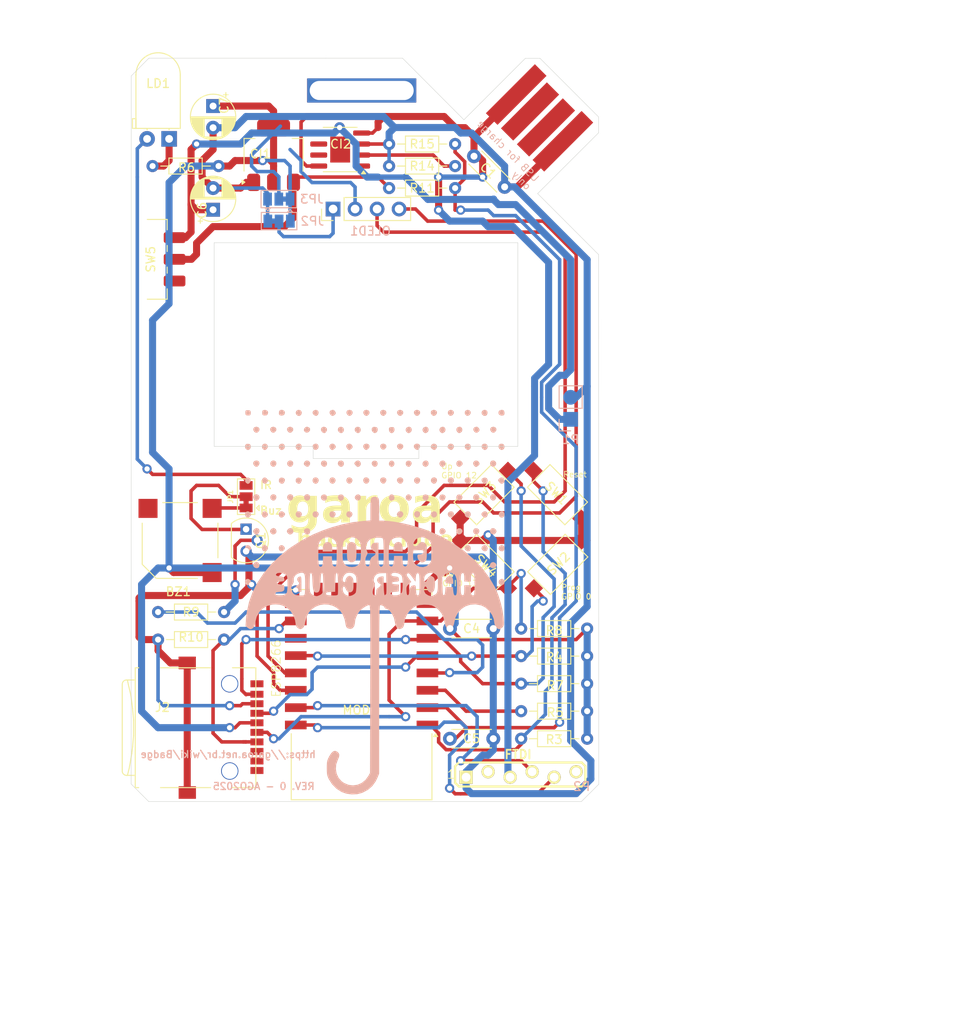
<source format=kicad_pcb>
(kicad_pcb (version 20241229) (generator "pcbnew") (generator_version "9.0")
  (layers (0 "F.Cu" signal) (2 "B.Cu" signal) (13 "F.Paste" user) (15 "B.Paste" user) (5 "F.SilkS" user "F.Silkscreen") (7 "B.SilkS" user "B.Silkscreen") (1 "F.Mask" user) (3 "B.Mask" user) (25 "Edge.Cuts" user))
  (net 0 "")
  (net 1 "+3.3V")
  (net 2 "Net-(JP1-A)")
  (net 3 "+5V")
  (net 4 "GNDD")
  (net 5 "/AD_VBat")
  (net 6 "Net-(CI2-BAT)")
  (net 7 "Net-(CI1-VI)")
  (net 9 "Net-(CI2-PROG)")
  (net 15 "Net-(J2-DAT0)")
  (net 16 "Net-(J2-CLK)")
  (net 18 "Net-(J2-DAT3{slash}CD)")
  (net 20 "Net-(J2-CMD)")
  (net 21 "Net-(JP1-B)")
  (net 22 "Net-(JP1-C)")
  (net 23 "Net-(JP2-C)")
  (net 24 "Net-(JP3-C)")
  (net 25 "Net-(LD1-A)")
  (net 26 "Net-(MOD1-GPIO1{slash}TXD)")
  (net 29 "Net-(MOD1-GPIO3{slash}RXD)")
  (net 31 "Net-(MOD1-GPIO0)")
  (net 32 "Net-(MOD1-~{RST})")
  (net 33 "Net-(MOD1-GPIO16)")
  (net 37 "Net-(MOD1-GPIO4)")
  (net 38 "Net-(MOD1-EN)")
  (net 39 "Net-(MOD1-GPIO5)")
  (net 43 "Net-(Q1-B)")
  (footprint "Connector_PinHeader_2.54mm:PinHeader_1x04_P2.54mm_Vertical" (layer "F.Cu") (at 89.799 52.5018 90)
    (property "Reference" "OLED1")
    (property "Value" "Conn_01x04")
  )
  (footprint "Jumper:SolderJumper-3_P1.3mm_Bridged12_Pad1.0x1.5mm" (layer "F.Cu") (at 79.756 85.6788 90)
    (property "Reference" "JP1")
    (property "Value" "IR/Buzz")
  )
  (footprint "Button_Switch_SMD:SW_SPST_CK_RS282G05A3" (layer "F.Cu") (at 107.224284 85.449232 45)
    (property "Reference" "SW3")
    (property "Value" "Up GPIO 12/MISO")
  )
  (footprint "Package_TO_SOT_THT:TO-92L" (layer "F.Cu") (at 79.756 89.4288 -90)
    (property "Reference" "Q1")
    (property "Value" "BC337c")
  )
  (footprint "Resistor_THT:R_Axial_DIN0204_L3.6mm_D1.6mm_P7.62mm_Horizontal" (layer "F.Cu") (at 111.506 107.2388)
    (property "Reference" "R7")
    (property "Value" "10 K")
  )
  (footprint "Resistor_THT:R_Axial_DIN0204_L3.6mm_D1.6mm_P7.62mm_Horizontal" (layer "F.Cu") (at 96.266 47.5488)
    (property "Reference" "R14")
    (property "Value" "4K7")
  )
  (footprint "Capacitor_THT:C_Disc_D4.3mm_W1.9mm_P5.00mm" (layer "F.Cu") (at 108.291 100.8888 180)
    (property "Reference" "C4")
    (property "Value" "100 nF")
  )
  (footprint "connectors:usb-PCB" (layer "F.Cu") (at 117.094 38.5318 135)
    (property "Reference" "J1" (hide yes))
    (property "Value" "USB_B_Micro" (hide yes))
  )
  (footprint "Button_Switch_SMD:SW_SPDT_CK_JS102011SAQN" (layer "F.Cu") (at 68.751 58.3038 -90)
    (property "Reference" "SW5")
    (property "Value" "SW_SPST")
  )
  (footprint "Resistor_THT:R_Axial_DIN0204_L3.6mm_D1.6mm_P7.62mm_Horizontal" (layer "F.Cu") (at 111.506 110.4138)
    (property "Reference" "R5")
    (property "Value" "10 K")
  )
  (footprint "Capacitor_THT:CP_Radial_D5.0mm_P2.50mm" (layer "F.Cu") (at 75.946 52.5888 90)
    (property "Reference" "C6")
    (property "Value" "10 uF")
  )
  (footprint "Resistor_THT:R_Axial_DIN0204_L3.6mm_D1.6mm_P7.62mm_Horizontal" (layer "F.Cu") (at 111.506 100.8888)
    (property "Reference" "R8")
    (property "Value" "10 K")
  )
  (footprint "Capacitor_THT:CP_Radial_D5.0mm_P2.50mm" (layer "F.Cu") (at 75.946 40.628687 -90)
    (property "Reference" "C7")
    (property "Value" "10 uF")
  )
  (footprint "Resistor_THT:R_Axial_DIN0204_L3.6mm_D1.6mm_P7.62mm_Horizontal" (layer "F.Cu") (at 77.216 102.1588 180)
    (property "Reference" "R10")
    (property "Value" "10 K")
  )
  (footprint "Resistor_THT:R_Axial_DIN0204_L3.6mm_D1.6mm_P7.62mm_Horizontal" (layer "F.Cu") (at 68.961 47.5488)
    (property "Reference" "R6")
    (property "Value" "330 R")
  )
  (footprint "MountingHole:MountingHole_6.4mm_M6_ISO14580_Pad_TopBottom" (layer "F.Cu") (at 93.091 38.9128)
    (property "Reference" "H1" (hide yes))
    (property "Value" "MountingHole_Pad" (hide yes))
  )
  (footprint "Lib_MAC_v5:CON6ICSP" (layer "F.Cu") (at 111.506 118.0338)
    (property "Reference" "P2")
    (property "Value" "FTDI" (hide yes))
  )
  (footprint "Package_TO_SOT_SMD:SOT-223" (layer "F.Cu") (at 82.931 46.2788 90)
    (property "Reference" "CI1")
    (property "Value" "LM1117-3.3")
  )
  (footprint "LED_THT:LED_D5.0mm_Horizontal_O1.27mm_Z3.0mm_Clear" (layer "F.Cu") (at 70.871 44.4138 180)
    (property "Reference" "LD1")
    (property "Value" "IR")
  )
  (footprint "Buzzer_Beeper:MagneticBuzzer_Kobitone_254-EMB84Q-RO" (layer "F.Cu") (at 72.136 90.7288 180)
    (property "Reference" "BZ1")
    (property "Value" "BUZZER MLT-8530")
  )
  (footprint "Package_SO:SOIC-8-1EP_3.9x4.9mm_P1.27mm_EP2.29x3mm" (layer "F.Cu") (at 90.616 45.6438 180)
    (property "Reference" "CI2")
    (property "Value" "TP4056")
  )
  (footprint "RF_Module:ESP-12E" (layer "F.Cu") (at 93.091 108.5088 180)
    (property "Reference" "MOD1")
    (property "Value" "ESP-12E")
  )
  (footprint "Connector_Card:microSD_HC_iivverr _sharvielectronics.Generic" (layer "F.Cu") (at 72.771 112.3188 90)
    (property "Reference" "J2")
    (property "Value" "Micro_SD_Card")
  )
  (footprint "Button_Switch_SMD:SW_SPST_CK_RS282G05A3" (layer "F.Cu") (at 115.697 85.449232 135)
    (property "Reference" "SW1")
    (property "Value" "Reset")
  )
  (footprint "Button_Switch_SMD:SW_SPST_CK_RS282G05A3" (layer "F.Cu") (at 107.224284 93.486516 -45)
    (property "Reference" "SW4")
    (property "Value" "Dw GPIO 13/MOSI")
  )
  (footprint "Resistor_THT:R_Axial_DIN0204_L3.6mm_D1.6mm_P7.62mm_Horizontal" (layer "F.Cu") (at 69.596 98.9838)
    (property "Reference" "R9")
    (property "Value" "330 R")
  )
  (footprint "Resistor_THT:R_Axial_DIN0204_L3.6mm_D1.6mm_P7.62mm_Horizontal" (layer "F.Cu") (at 111.506 113.5888)
    (property "Reference" "R3")
    (property "Value" "10 K")
  )
  (footprint "Capacitor_THT:C_Disc_D4.3mm_W1.9mm_P5.00mm" (layer "F.Cu") (at 108.291 113.5888 180)
    (property "Reference" "C5")
    (property "Value" "100 nF")
  )
  (footprint "Capacitor_THT:C_Disc_D4.3mm_W1.9mm_P5.00mm" (layer "F.Cu") (at 109.601 49.951567 135)
    (property "Reference" "C1")
    (property "Value" "100 nF")
  )
  (footprint "Resistor_THT:R_Axial_DIN0204_L3.6mm_D1.6mm_P7.62mm_Horizontal" (layer "F.Cu") (at 103.886 50.0888 180)
    (property "Reference" "R11")
    (property "Value" "10 K")
  )
  (footprint "Resistor_THT:R_Axial_DIN0204_L3.6mm_D1.6mm_P7.62mm_Horizontal" (layer "F.Cu") (at 96.266 45.0088)
    (property "Reference" "R15")
    (property "Value" "2K2")
  )
  (footprint "Resistor_THT:R_Axial_DIN0204_L3.6mm_D1.6mm_P7.62mm_Horizontal" (layer "F.Cu") (at 111.506 104.0638)
    (property "Reference" "R4")
    (property "Value" "10 K")
  )
  (footprint "Button_Switch_SMD:SW_SPST_CK_RS282G05A3" (layer "F.Cu") (at 115.733284 93.486516 -135)
    (property "Reference" "SW2")
    (property "Value" "Prog GPIO 0")
  )
  (footprint "Connector_PinHeader_2.54mm:PinHeader_1x02_P2.54mm_Vertical" (layer "B.Cu") (at 117.221 76.7588)
    (property "Reference" "P1")
    (property "Value" "BAT")
  )
  (footprint "Jumper:SolderJumper-3_P1.3mm_Bridged12_Pad1.0x1.5mm" (layer "B.Cu") (at 83.536 51.3588 180)
    (property "Reference" "JP3")
    (property "Value" "IR/Buzz")
  )
  (footprint "Jumper:SolderJumper-3_P1.3mm_Bridged12_Pad1.0x1.5mm" (layer "B.Cu") (at 83.566 53.8988)
    (property "Reference" "JP2")
    (property "Value" "IR/Buzz")
  )
  (footprint "LogosRecordbox:Logo Garoa 400px" (layer "B.Cu") (at 94.615 97.8408 180)
    (property "Reference" "G***")
    (property "Value" "LOGO" (hide yes))
  )
  (gr_line (start 68.5292 35.110987) (end 66.4972 37.1602) (stroke (width 0.05)) (layer "Edge.Cuts"))
  (gr_line (start 76.073 56.388) (end 111.125 56.388) (stroke (width 0.05)) (layer "Edge.Cuts"))
  (gr_line (start 120.4468 43.7134) (end 113.411 50.7238) (stroke (width 0.05)) (layer "Edge.Cuts"))
  (gr_line (start 111.125 79.883) (end 99.695 79.883) (stroke (width 0.05)) (layer "Edge.Cuts"))
  (gr_line (start 120.4468 57.7596) (end 120.464013 118.8466) (stroke (width 0.05)) (layer "Edge.Cuts"))
  (gr_line (start 88.968013 35.110987) (end 97.8154 35.110987) (stroke (width 0.05)) (layer "Edge.Cuts"))
  (gr_line (start 68.5038 120.8278) (end 66.4972 118.8212) (stroke (width 0.05)) (layer "Edge.Cuts"))
  (gr_line (start 97.8154 35.110987) (end 104.902 42.2148) (stroke (width 0.05)) (layer "Edge.Cuts"))
  (gr_line (start 93.599 81.28) (end 87.503 81.28) (stroke (width 0.05)) (layer "Edge.Cuts"))
  (gr_line (start 111.9886 35.1282) (end 113.6904 35.1282) (stroke (width 0.05)) (layer "Edge.Cuts"))
  (gr_line (start 76.073 79.883) (end 76.073 56.388) (stroke (width 0.05)) (layer "Edge.Cuts"))
  (gr_line (start 120.396 57.7088) (end 120.4468 57.7596) (stroke (width 0.05)) (layer "Edge.Cuts"))
  (gr_line (start 66.4972 57.5818) (end 66.489013 118.8212) (stroke (width 0.05)) (layer "Edge.Cuts"))
  (gr_line (start 99.695 81.28) (end 99.695 79.883) (stroke (width 0.05)) (layer "Edge.Cuts"))
  (gr_line (start 66.4972 57.5818) (end 66.4972 37.1602) (stroke (width 0.05)) (layer "Edge.Cuts"))
  (gr_line (start 93.599 81.28) (end 99.695 81.28) (stroke (width 0.05)) (layer "Edge.Cuts"))
  (gr_line (start 120.464013 118.8466) (end 118.4656 120.835987) (stroke (width 0.05)) (layer "Edge.Cuts"))
  (gr_line (start 88.968013 35.110987) (end 68.5292 35.110987) (stroke (width 0.05)) (layer "Edge.Cuts"))
  (gr_line (start 113.411 50.7238) (end 120.396 57.7088) (stroke (width 0.05)) (layer "Edge.Cuts"))
  (gr_line (start 87.503 81.28) (end 87.503 79.883) (stroke (width 0.05)) (layer "Edge.Cuts"))
  (gr_line (start 68.5038 120.835987) (end 118.4656 120.835987) (stroke (width 0.05)) (layer "Edge.Cuts"))
  (gr_line (start 120.4468 41.8846) (end 120.4468 43.7134) (stroke (width 0.05)) (layer "Edge.Cuts"))
  (gr_line (start 113.6904 35.1282) (end 120.4468 41.8846) (stroke (width 0.05)) (layer "Edge.Cuts"))
  (gr_line (start 104.902 42.2148) (end 111.9886 35.1282) (stroke (width 0.05)) (layer "Edge.Cuts"))
  (gr_line (start 87.503 79.883) (end 76.073 79.883) (stroke (width 0.05)) (layer "Edge.Cuts"))
  (gr_line (start 111.125 56.388) (end 111.125 79.883) (stroke (width 0.05)) (layer "Edge.Cuts"))
  (gr_text "FTDI" (at 109.474 116.0018 0) (layer "F.SilkS") (effects (font (size 1 1) (thickness 0.2) (bold yes)) (justify left bottom)))
  (gr_text "Up \nGPIO 12" (at 102.235 83.6168 0) (layer "F.SilkS") (effects (font (size 0.6604 0.6604) (thickness 0.1)) (justify left bottom)))
  (gr_text "IR\n\nBuz" (at 81.28 87.8078 0) (layer "F.SilkS") (effects (font (size 0.9144 0.9144) (thickness 0.1508) (bold yes)) (justify left bottom)))
  (gr_text "hacker clube" (at 85.598 91.7448 0) (layer "F.SilkS") (effects (font (size 1.8 1.8) (thickness 0.2) (bold yes)) (justify left bottom)))
  (gr_text "1" (at 102.87 118.2878 0) (layer "F.SilkS") (effects (font (size 1 1) (thickness 0.1)) (justify left bottom)))
  (gr_text "garoa" (at 93.472 89.3318 0) (layer "F.SilkS") (effects (font (size 4 4) (thickness 0.2) (bold yes)) (justify bottom)))
  (gr_text "Prog \nGPIO 0" (at 116.078 97.5868 0) (layer "F.SilkS") (effects (font (size 0.6604 0.6604) (thickness 0.1)) (justify left bottom)))
  (gr_text "Dw \nGPIO 13" (at 102.362 96.0628 0) (layer "F.SilkS") (effects (font (size 0.6604 0.6604) (thickness 0.0992)) (justify left bottom)))
  (gr_text "ESP8266" (at 83.82 108.8898 90) (layer "F.SilkS") (effects (font (size 1 1) (thickness 0.1)) (justify left bottom)))
  (gr_text "https://garoa.net.br/wiki/Badge" (at 87.884 115.8748 0) (layer "B.SilkS") (effects (font (size 0.8128 0.8128)) (justify left bottom mirror)))
  (gr_text "REV. 0 - AGO2025" (at 87.757 119.5578 0) (layer "B.SilkS") (effects (font (size 0.8128 0.8128)) (justify left bottom mirror)))
  (gr_text "USB for charge \nonly" (at 112.141 50.4698 315) (layer "B.SilkS") (effects (font (size 0.8128 0.8128) (thickness 0.1)) (justify left bottom mirror)))
  (segment (start 119.126 100.8888) (end 117.856 102.1588) (width 0.4064) (layer "F.Cu") (net 1))
  (segment (start 78.486 112.3188) (end 79.046 111.7588) (width 0.4064) (layer "F.Cu") (net 1))
  (segment (start 75.836 94.4288) (end 71.391 94.4288) (width 0.8128) (layer "F.Cu") (net 1))
  (segment (start 78.486 46.9138) (end 81.661 46.9138) (width 0.8128) (layer "F.Cu") (net 1))
  (segment (start 104.561 102.1588) (end 103.291 100.8888) (width 0.4064) (layer "F.Cu") (net 1))
  (segment (start 79.046 111.7588) (end 81.011 111.7588) (width 0.4064) (layer "F.Cu") (net 1))
  (segment (start 100.691 98.0088) (end 100.691 95.7188) (width 0.8128) (layer "F.Cu") (net 1))
  (segment (start 77.851 47.5488) (end 78.486 46.9138) (width 0.8128) (layer "F.Cu") (net 1))
  (segment (start 75.946 40.628687) (end 82.360887 40.628687) (width 0.8128) (layer "F.Cu") (net 1))
  (segment (start 76.581 47.5488) (end 77.851 47.5488) (width 0.8128) (layer "F.Cu") (net 1))
  (segment (start 82.931 41.1988) (end 82.931 47.5488) (width 0.8128) (layer "F.Cu") (net 1))
  (segment (start 81.661 46.9138) (end 82.296 46.9138) (width 0.4064) (layer "F.Cu") (net 1))
  (segment (start 71.391 94.4288) (end 70.866 93.9038) (width 0.8128) (layer "F.Cu") (net 1))
  (segment (start 100.691 95.7188) (end 101.981 94.4288) (width 0.8128) (layer "F.Cu") (net 1))
  (segment (start 101.981 94.4288) (end 102.726 94.4288) (width 0.8128) (layer "F.Cu") (net 1))
  (segment (start 82.360887 40.628687) (end 82.931 41.1988) (width 0.8128) (layer "F.Cu") (net 1))
  (segment (start 77.851 112.3188) (end 78.486 112.3188) (width 0.4064) (layer "F.Cu") (net 1))
  (segment (start 82.296 46.9138) (end 82.931 47.5488) (width 0.4064) (layer "F.Cu") (net 1))
  (segment (start 82.931 47.5488) (end 82.931 49.428799) (width 0.8128) (layer "F.Cu") (net 1))
  (segment (start 102.726 94.4288) (end 103.251 93.9038) (width 0.8128) (layer "F.Cu") (net 1))
  (segment (start 117.856 102.1588) (end 104.561 102.1588) (width 0.4064) (layer "F.Cu") (net 1))
  (via (at 103.251 93.9038) (size 1.0668) (drill 0.6096) (layers "F.Cu" "B.Cu") (net 1))
  (via (at 70.866 93.9038) (size 1.0668) (drill 0.6096) (layers "F.Cu" "B.Cu") (net 1))
  (via (at 81.661 46.9138) (size 1.0668) (drill 0.6096) (layers "F.Cu" "B.Cu") (net 1))
  (via (at 77.851 112.3188) (size 1.0668) (drill 0.6096) (layers "F.Cu" "B.Cu") (net 1))
  (segment (start 69.596 112.3188) (end 67.691 110.4138) (width 0.8128) (layer "B.Cu") (net 1))
  (segment (start 72.771 47.5488) (end 76.581 47.5488) (width 0.8128) (layer "B.Cu") (net 1))
  (segment (start 103.886 94.5388) (end 103.886 100.2938) (width 0.8128) (layer "B.Cu") (net 1))
  (segment (start 84.866 51.3888) (end 84.836 51.3588) (width 0.4064) (layer "B.Cu") (net 1))
  (segment (start 68.961 65.3288) (end 70.866 63.4238) (width 0.8128) (layer "B.Cu") (net 1))
  (segment (start 84.201 46.9138) (end 84.836 47.5488) (width 0.4064) (layer "B.Cu") (net 1))
  (segment (start 68.961 80.5688) (end 68.961 65.3288) (width 0.8128) (layer "B.Cu") (net 1))
  (segment (start 70.866 93.9038) (end 70.866 82.4738) (width 0.8128) (layer "B.Cu") (net 1))
  (segment (start 67.691 95.8088) (end 69.596 93.9038) (width 0.8128) (layer "B.Cu") (net 1))
  (segment (start 81.661 46.9138) (end 84.201 46.9138) (width 0.4064) (layer "B.Cu") (net 1))
  (segment (start 103.886 100.2938) (end 103.291 100.8888) (width 0.8128) (layer "B.Cu") (net 1))
  (segment (start 69.596 93.9038) (end 70.866 93.9038) (width 0.8128) (layer "B.Cu") (net 1))
  (segment (start 103.251 93.9038) (end 70.866 93.9038) (width 0.8128) (layer "B.Cu") (net 1))
  (segment (start 77.851 112.3188) (end 72.136 112.3188) (width 0.4064) (layer "B.Cu") (net 1))
  (segment (start 103.251 93.9038) (end 103.886 94.5388) (width 0.8128) (layer "B.Cu") (net 1))
  (segment (start 70.866 49.4538) (end 72.771 47.5488) (width 0.8128) (layer "B.Cu") (net 1))
  (segment (start 84.836 47.5488) (end 84.836 51.3588) (width 0.4064) (layer "B.Cu") (net 1))
  (segment (start 67.691 110.4138) (end 67.691 95.8088) (width 0.8128) (layer "B.Cu") (net 1))
  (segment (start 84.836 51.3588) (end 84.836 53.8688) (width 0.4064) (layer "B.Cu") (net 1))
  (segment (start 84.836 53.8688) (end 84.866 53.8988) (width 0.4064) (layer "B.Cu") (net 1))
  (segment (start 70.866 82.4738) (end 68.961 80.5688) (width 0.8128) (layer "B.Cu") (net 1))
  (segment (start 77.851 112.3188) (end 69.596 112.3188) (width 0.8128) (layer "B.Cu") (net 1))
  (segment (start 70.866 63.4238) (end 70.866 49.4538) (width 0.8128) (layer "B.Cu") (net 1))
  (segment (start 119.126 113.5888) (end 119.126 100.8888) (width 0.8128) (layer "B.Cu") (net 1))
  (segment (start 79.756 86.9788) (end 75.886 86.9788) (width 0.4064) (layer "F.Cu") (net 2))
  (segment (start 75.886 86.9788) (end 75.836 87.0288) (width 0.4064) (layer "F.Cu") (net 2))
  (segment (start 107.061 46.9138) (end 107.061 48.8188) (width 0.8128) (layer "F.Cu") (net 3))
  (segment (start 86.106 42.4688) (end 86.741 41.8338) (width 0.4064) (layer "F.Cu") (net 3))
  (segment (start 106.065466 44.17218) (end 106.065466 46.416033) (width 0.8128) (layer "F.Cu") (net 3))
  (segment (start 106.065466 46.416033) (end 106.563233 46.416033) (width 0.8128) (layer "F.Cu") (net 3))
  (segment (start 101.981 48.8188) (end 101.981 52.6288) (width 0.8128) (layer "F.Cu") (net 3))
  (segment (start 88.141 47.5488) (end 86.741 47.5488) (width 0.4064) (layer "F.Cu") (net 3))
  (segment (start 94.996 43.1038) (end 94.996 42.4688) (width 0.8128) (layer "F.Cu") (net 3))
  (segment (start 86.741 41.8338) (end 95.631 41.8338) (width 0.8128) (layer "F.Cu") (net 3))
  (segment (start 103.903943 43.121743) (end 105.01503 43.121744) (width 0.8128) (layer "F.Cu") (net 3))
  (segment (start 86.741 47.5488) (end 86.106 46.9138) (width 0.4064) (layer "F.Cu") (net 3))
  (segment (start 110.9351 39.302546) (end 106.065466 44.17218) (width 0.8128) (layer "F.Cu") (net 3))
  (segment (start 106.563233 46.416033) (end 107.061 46.9138) (width 0.8128) (layer "F.Cu") (net 3))
  (segment (start 94.361 43.7388) (end 94.996 43.1038) (width 0.4064) (layer "F.Cu") (net 3))
  (segment (start 95.631 41.8338) (end 102.616 41.8338) (width 0.8128) (layer "F.Cu") (net 3))
  (segment (start 102.616 41.8338) (end 103.903943 43.121743) (width 0.8128) (layer "F.Cu") (net 3))
  (segment (start 86.106 46.9138) (end 86.106 42.4688) (width 0.4064) (layer "F.Cu") (net 3))
  (segment (start 105.01503 43.121744) (end 106.065466 44.17218) (width 0.8128) (layer "F.Cu") (net 3))
  (segment (start 94.996 42.4688) (end 95.631 41.8338) (width 0.8128) (layer "F.Cu") (net 3))
  (segment (start 93.091 43.7388) (end 94.361 43.7388) (width 0.4064) (layer "F.Cu") (net 3))
  (via (at 101.981 48.8188) (size 1.0668) (drill 0.6096) (layers "F.Cu" "B.Cu") (net 3))
  (via (at 101.981 52.6288) (size 1.0668) (drill 0.6096) (layers "F.Cu" "B.Cu") (net 3))
  (via (at 107.061 48.8188) (size 1.0668) (drill 0.6096) (layers "F.Cu" "B.Cu") (net 3))
  (segment (start 107.061 53.8988) (end 107.696 54.5338) (width 0.8128) (layer "B.Cu") (net 3))
  (segment (start 109.982 83.9978) (end 109.982 117.7798) (width 0.8128) (layer "B.Cu") (net 3))
  (segment (start 109.982 117.7798) (end 110.236 118.0338) (width 0.8128) (layer "B.Cu") (net 3))
  (segment (start 103.251 53.8988) (end 107.061 53.8988) (width 0.8128) (layer "B.Cu") (net 3))
  (segment (start 114.681 58.660743) (end 114.681 70.4088) (width 0.8128) (layer "B.Cu") (net 3))
  (segment (start 101.981 52.6288) (end 103.251 53.8988) (width 0.8128) (layer "B.Cu") (net 3))
  (segment (start 113.059798 72.030002) (end 113.059799 72.9488) (width 0.8128) (layer "B.Cu") (net 3))
  (segment (start 113.059799 72.9488) (end 113.059799 80.920001) (width 0.8128) (layer "B.Cu") (net 3))
  (segment (start 110.554057 54.5338) (end 114.681 58.660743) (width 0.8128) (layer "B.Cu") (net 3))
  (segment (start 113.059799 80.920001) (end 109.982 83.9978) (width 0.8128) (layer "B.Cu") (net 3))
  (segment (start 107.061 48.8188) (end 101.981 48.8188) (width 0.6096) (layer "B.Cu") (net 3))
  (segment (start 107.696 54.5338) (end 110.554057 54.5338) (width 0.8128) (layer "B.Cu") (net 3))
  (segment (start 114.681 70.4088) (end 113.059798 72.030002) (width 0.8128) (layer "B.Cu") (net 3))
  (segment (start 109.601 49.951567) (end 111.062387 49.951567) (width 0.8128) (layer "F.Cu") (net 4))
  (segment (start 104.466568 88.206948) (end 104.466568 90.7288) (width 0.8128) (layer "F.Cu") (net 4))
  (segment (start 80.0885 92.3013) (end 80.0885 96.1113) (width 0.8128) (layer "F.Cu") (net 4))
  (segment (start 79.341 109.5588) (end 79.121 109.7788) (width 0.4064) (layer "F.Cu") (net 4))
  (segment (start 79.121 97.0788) (end 67.691 97.0788) (width 0.8128) (layer "F.Cu") (net 4))
  (segment (start 79.756 91.9688) (end 80.0885 92.3013) (width 0.8128) (layer "F.Cu") (net 4))
  (segment (start 67.691 102.1588) (end 69.596 102.1588) (width 0.8128) (layer "F.Cu") (net 4))
  (segment (start 118.491 90.7288) (end 118.491 88.243232) (width 0.8128) (layer "F.Cu") (net 4))
  (segment (start 107.061 90.7288) (end 107.696 90.0938) (width 0.8128) (layer "F.Cu") (net 4))
  (segment (start 81.011 109.5588) (end 79.341 109.5588) (width 0.4064) (layer "F.Cu") (net 4))
  (segment (start 67.691 97.0788) (end 67.39945 97.37035) (width 0.8128) (layer "F.Cu") (net 4))
  (segment (start 85.491 98.0088) (end 85.491 96.4638) (width 0.8128) (layer "F.Cu") (net 4))
  (segment (start 93.091 45.0088) (end 96.266 45.0088) (width 0.4064) (layer "F.Cu") (net 4))
  (segment (start 75.946 43.128687) (end 75.946 45.6438) (width 0.8128) (layer "F.Cu") (net 4))
  (segment (start 107.061 90.7288) (end 118.491 90.7288) (width 0.8128) (layer "F.Cu") (net 4))
  (segment (start 79.121 50.0888) (end 75.946 50.0888) (width 0.8128) (layer "F.Cu") (net 4))
  (segment (start 67.399406 97.713844) (end 67.399406 101.867206) (width 0.8128) (layer "F.Cu") (net 4))
  (segment (start 71.016 104.8488) (end 72.961 104.8488) (width 0.8128) (layer "F.Cu") (net 4))
  (segment (start 72.961 119.7888) (end 72.971 119.7988) (width 0.8128) (layer "F.Cu") (net 4))
  (segment (start 118.491 88.243232) (end 118.454716 88.206948) (width 0.8128) (layer "F.Cu") (net 4))
  (segment (start 74.676 46.9138) (end 74.676 48.8188) (width 0.8128) (layer "F.Cu") (net 4))
  (segment (start 69.596 103.4288) (end 71.016 104.8488) (width 0.8128) (layer "F.Cu") (net 4))
  (segment (start 104.466568 90.7288) (end 107.061 90.7288) (width 0.8128) (layer "F.Cu") (net 4))
  (segment (start 79.781 49.4288) (end 79.121 50.0888) (width 0.8128) (layer "F.Cu") (net 4))
  (segment (start 72.961 104.8488) (end 72.961 109.7788) (width 0.8128) (layer "F.Cu") (net 4))
  (segment (start 85.491 96.4638) (end 85.471 96.4438) (width 0.8128) (layer "F.Cu") (net 4))
  (segment (start 75.946 45.6438) (end 74.676 46.9138) (width 0.8128) (layer "F.Cu") (net 4))
  (segment (start 80.0885 96.1113) (end 79.121 97.0788) (width 0.8128) (layer "F.Cu") (net 4))
  (segment (start 80.631 49.4288) (end 79.781 49.4288) (width 0.8128) (layer "F.Cu") (net 4))
  (segment (start 74.676 48.8188) (end 75.946 50.0888) (width 0.8128) (layer "F.Cu") (net 4))
  (segment (start 72.961 109.7788) (end 72.961 119.7888) (width 0.8128) (layer "F.Cu") (net 4))
  (segment (start 111.062387 49.951567) (end 116.323254 44.6907) (width 0.8128) (layer "F.Cu") (net 4))
  (segment (start 67.399406 101.867206) (end 67.691 102.1588) (width 0.8128) (layer "F.Cu") (net 4))
  (segment (start 67.39945 97.37035) (end 67.399406 97.713844) (width 0.8128) (layer "F.Cu") (net 4))
  (segment (start 69.596 102.1588) (end 69.596 103.4288) (width 0.8128) (layer "F.Cu") (net 4))
  (segment (start 79.121 109.7788) (end 77.851 109.7788) (width 0.4064) (layer "F.Cu") (net 4))
  (via (at 85.471 96.4438) (size 1.0668) (drill 0.6096) (layers "F.Cu" "B.Cu") (net 4))
  (via (at 107.696 90.0938) (size 1.0668) (drill 0.6096) (layers "F.Cu" "B.Cu") (net 4))
  (via (at 80.391 95.8088) (size 1.0668) (drill 0.6096) (layers "F.Cu" "B.Cu") (net 4))
  (via (at 77.851 109.7788) (size 1.0668) (drill 0.6096) (layers "F.Cu" "B.Cu") (net 4))
  (segment (start 82.236 50.6638) (end 81.661 50.0888) (width 0.4064) (layer "B.Cu") (net 4))
  (segment (start 104.521 43.7388) (end 103.886 43.1038) (width 0.8128) (layer "B.Cu") (net 4))
  (segment (start 119.126 58.3438) (end 110.733767 49.951567) (width 0.8128) (layer "B.Cu") (net 4))
  (segment (start 82.236 53.8688) (end 82.266 53.8988) (width 0.4064) (layer "B.Cu") (net 4))
  (segment (start 80.421 92.6338) (end 107.021 92.6338) (width 0.8128) (layer "B.Cu") (net 4))
  (segment (start 81.026 96.4438) (end 80.391 95.8088) (width 0.8128) (layer "B.Cu") (net 4))
  (segment (start 79.756 41.8338) (end 95.631 41.8338) (width 0.8128) (layer "B.Cu") (net 4))
  (segment (start 82.236 51.3588) (end 82.236 50.6638) (width 0.4064) (layer "B.Cu") (net 4))
  (segment (start 105.780787 119.928587) (end 105.156 119.3038) (width 0.8128) (layer "B.Cu") (net 4))
  (segment (start 82.266 51.3888) (end 82.236 51.3588) (width 0.4064) (layer "B.Cu") (net 4))
  (segment (start 75.946 43.128687) (end 78.461113 43.128687) (width 0.8128) (layer "B.Cu") (net 4))
  (segment (start 119.126 98.3488) (end 117.221 100.2538) (width 0.8128) (layer "B.Cu") (net 4))
  (segment (start 119.555329 118.229258) (end 117.856 119.928587) (width 0.8128) (layer "B.Cu") (net 4))
  (segment (start 117.856 119.928587) (end 105.780787 119.928587) (width 0.8128) (layer "B.Cu") (net 4))
  (segment (start 96.901 43.1038) (end 96.266 43.7388) (width 0.8128) (layer "B.Cu") (net 4))
  (segment (start 96.266 45.0088) (end 96.266 47.5488) (width 0.4064) (layer "B.Cu") (net 4))
  (segment (start 108.291 93.9038) (end 108.291 90.6888) (width 0.8128) (layer "B.Cu") (net 4))
  (segment (start 107.061 115.4938) (end 105.156 117.3988) (width 0.8128) (layer "B.Cu") (net 4))
  (segment (start 103.886 43.1038) (end 96.901 43.1038) (width 0.8128) (layer "B.Cu") (net 4))
  (segment (start 81.661 50.0888) (end 75.946 50.0888) (width 0.4064) (layer "B.Cu") (net 4))
  (segment (start 79.756 91.9688) (end 80.421 92.6338) (width 0.8128) (layer "B.Cu") (net 4))
  (segment (start 108.291 113.5888) (end 108.291 100.8888) (width 0.8128) (layer "B.Cu") (net 4))
  (segment (start 108.291 113.5888) (end 108.291 114.8988) (width 0.8128) (layer "B.Cu") (net 4))
  (segment (start 107.021 92.6338) (end 108.291 93.9038) (width 0.8128) (layer "B.Cu") (net 4))
  (segment (start 119.126 72.9488) (end 119.126 58.3438) (width 0.8128) (layer "B.Cu") (net 4))
  (segment (start 110.733767 49.951567) (end 109.601 49.951567) (width 0.8128) (layer "B.Cu") (net 4))
  (segment (start 105.791 43.7388) (end 104.521 43.7388) (width 0.8128) (layer "B.Cu") (net 4))
  (segment (start 105.156 117.3988) (end 105.156 118.0338) (width 0.8128) (layer "B.Cu") (net 4))
  (segment (start 105.156 119.3038) (end 105.156 118.6688) (width 0.8128) (layer "B.Cu") (net 4))
  (segment (start 69.596 109.1438) (end 69.596 102.1588) (width 0.4064) (layer "B.Cu") (net 4))
  (segment (start 109.601 47.5488) (end 105.791 43.7388) (width 0.8128) (layer "B.Cu") (net 4))
  (segment (start 77.851 109.7788) (end 70.231 109.7788) (width 0.4064) (layer "B.Cu") (net 4))
  (segment (start 117.221 113.794527) (end 119.555329 116.128856) (width 0.8128) (layer "B.Cu") (net 4))
  (segment (start 119.555329 116.128856) (end 119.555329 118.229258) (width 0.8128) (layer "B.Cu") (net 4))
  (segment (start 119.126 72.9488) (end 119.126 98.3488) (width 0.8128) (layer "B.Cu") (net 4))
  (segment (start 117.221 100.2538) (end 117.221 113.794527) (width 0.8128) (layer "B.Cu") (net 4))
  (segment (start 108.291 100.8888) (end 108.291 93.9038) (width 0.8128) (layer "B.Cu") (net 4))
  (segment (start 108.291 90.6888) (end 107.696 90.0938) (width 0.8128) (layer "B.Cu") (net 4))
  (segment (start 82.236 51.3588) (end 82.236 53.8688) (width 0.4064) (layer "B.Cu") (net 4))
  (segment (start 107.696 115.4938) (end 107.061 115.4938) (width 0.8128) (layer "B.Cu") (net 4))
  (segment (start 85.471 96.4438) (end 81.026 96.4438) (width 0.8128) (layer "B.Cu") (net 4))
  (segment (start 117.856 74.2188) (end 119.126 72.9488) (width 0.8128) (layer "B.Cu") (net 4))
  (segment (start 96.266 43.7388) (end 96.266 45.0088) (width 0.8128) (layer "B.Cu") (net 4))
  (segment (start 70.231 109.7788) (end 69.596 109.1438) (width 0.4064) (layer "B.Cu") (net 4))
  (segment (start 108.291 114.8988) (end 107.696 115.4938) (width 0.8128) (layer "B.Cu") (net 4))
  (segment (start 78.461113 43.128687) (end 79.756 41.8338) (width 0.8128) (layer "B.Cu") (net 4))
  (segment (start 109.601 49.951567) (end 109.601 47.5488) (width 0.8128) (layer "B.Cu") (net 4))
  (segment (start 95.631 41.8338) (end 96.901 43.1038) (width 0.8128) (layer "B.Cu") (net 4))
  (segment (start 103.926 113.5888) (end 105.196 112.3188) (width 0.4064) (layer "F.Cu") (net 5))
  (segment (start 105.196 112.3188) (end 105.791 112.3188) (width 0.4064) (layer "F.Cu") (net 5))
  (segment (start 100.691 110.0088) (end 102.886 110.0088) (width 0.4064) (layer "F.Cu") (net 5))
  (segment (start 103.886 52.6288) (end 103.886 50.0888) (width 0.4064) (layer "F.Cu") (net 5))
  (segment (start 103.886 45.939563) (end 104.9902 47.043763) (width 0.4064) (layer "F.Cu") (net 5))
  (segment (start 103.886 45.0088) (end 103.886 45.939563) (width 0.4064) (layer "F.Cu") (net 5))
  (segment (start 105.791 112.3188) (end 115.316 112.3188) (width 0.4064) (layer "F.Cu") (net 5))
  (segment (start 104.9902 47.043763) (end 104.9902 48.9846) (width 0.4064) (layer "F.Cu") (net 5))
  (segment (start 102.886 110.0088) (end 105.196 112.3188) (width 0.4064) (layer "F.Cu") (net 5))
  (segment (start 104.9902 48.9846) (end 103.886 50.0888) (width 0.4064) (layer "F.Cu") (net 5))
  (segment (start 115.316 112.3188) (end 115.951 111.6838) (width 0.4064) (layer "F.Cu") (net 5))
  (segment (start 104.521 52.6288) (end 103.886 52.6288) (width 0.4064) (layer "F.Cu") (net 5))
  (via (at 115.951 111.6838) (size 1.0668) (drill 0.6096) (layers "F.Cu" "B.Cu") (net 5))
  (via (at 104.521 52.6288) (size 1.0668) (drill 0.6096) (layers "F.Cu" "B.Cu") (net 5))
  (segment (start 113.870399 72.489401) (end 113.8704 74.2188) (width 0.4064) (layer "B.Cu") (net 5))
  (segment (start 113.870399 75.948199) (end 117.856 79.9338) (width 0.4064) (layer "B.Cu") (net 5))
  (segment (start 115.951 58.3438) (end 115.951 70.4088) (width 0.4064) (layer "B.Cu") (net 5))
  (segment (start 110.871 53.2638) (end 108.331 53.2638) (width 0.4064) (layer "B.Cu") (net 5))
  (segment (start 113.8704 74.2188) (end 113.870399 75.948199) (width 0.4064) (layer "B.Cu") (net 5))
  (segment (start 115.951 70.4088) (end 113.870399 72.489401) (width 0.4064) (layer "B.Cu") (net 5))
  (segment (start 108.331 53.2638) (end 107.696 52.6288) (width 0.4064) (layer "B.Cu") (net 5))
  (segment (start 110.871 53.2638) (end 115.951 58.3438) (width 0.4064) (layer "B.Cu") (net 5))
  (segment (start 107.696 52.6288) (end 104.521 52.6288) (width 0.4064) (layer "B.Cu") (net 5))
  (segment (start 117.856 97.7138) (end 115.951 99.6188) (width 0.4064) (layer "B.Cu") (net 5))
  (segment (start 115.951 99.6188) (end 115.951 111.6838) (width 0.4064) (layer "B.Cu") (net 5))
  (segment (start 117.856 79.9338) (end 117.856 97.7138) (width 0.4064) (layer "B.Cu") (net 5))
  (segment (start 89.916 43.7388) (end 90.551 43.1038) (width 0.4064) (layer "F.Cu") (net 6))
  (segment (start 75.946 52.5888) (end 74.001 52.5888) (width 0.8128) (layer "F.Cu") (net 6))
  (segment (start 88.141 43.7388) (end 89.916 43.7388) (width 0.4064) (layer "F.Cu") (net 6))
  (segment (start 73.406 51.9938) (end 73.406 45.6438) (width 0.8128) (layer "F.Cu") (net 6))
  (segment (start 73.406 45.6438) (end 74.041 45.0088) (width 0.8128) (layer "F.Cu") (net 6))
  (segment (start 74.001 52.5888) (end 73.406 51.9938) (width 0.8128) (layer "F.Cu") (net 6))
  (segment (start 71.501 55.8038) (end 72.771 55.8038) (width 0.8128) (layer "F.Cu") (net 6))
  (segment (start 72.771 55.8038) (end 73.406 55.1688) (width 0.8128) (layer "F.Cu") (net 6))
  (segment (start 73.406 55.1688) (end 73.406 51.9938) (width 0.8128) (layer "F.Cu") (net 6))
  (via (at 74.041 45.0088) (size 1.0668) (drill 0.6096) (layers "F.Cu" "B.Cu") (net 6))
  (via (at 90.551 43.1038) (size 1.2192) (drill 0.6096) (layers "F.Cu" "B.Cu") (net 6))
  (segment (start 117.221 71.0438) (end 116.586 71.6788) (width 0.8128) (layer "B.Cu") (net 6))
  (segment (start 108.331 51.4336) (end 108.8912 51.9938) (width 0.8128) (layer "B.Cu") (net 6))
  (segment (start 100.7484 51.3962) (end 108.2936 51.3962) (width 0.8128) (layer "B.Cu") (net 6))
  (segment (start 110.871 51.9938) (end 117.221 58.3438) (width 0.8128) (layer "B.Cu") (net 6))
  (segment (start 93.726 48.8188) (end 94.996 48.8188) (width 0.8128) (layer "B.Cu") (net 6))
  (segment (start 90.551 43.1038) (end 92.456 45.0088) (width 0.8128) (layer "B.Cu") (net 6))
  (segment (start 74.041 45.0088) (end 79.121 45.0088) (width 0.8128) (layer "B.Cu") (net 6))
  (segment (start 115.951 71.6788) (end 114.681 72.9488) (width 0.8128) (layer "B.Cu") (net 6))
  (segment (start 92.456 47.5488) (end 93.726 48.8188) (width 0.8128) (layer "B.Cu") (net 6))
  (segment (start 80.391 43.7388) (end 89.916 43.7388) (width 0.8128) (layer "B.Cu") (net 6))
  (segment (start 115.951 76.7588) (end 117.221 76.7588) (width 0.8128) (layer "B.Cu") (net 6))
  (segment (start 114.681 72.9488) (end 114.681 75.4888) (width 0.8128) (layer "B.Cu") (net 6))
  (segment (start 114.681 75.4888) (end 115.951 76.7588) (width 0.8128) (layer "B.Cu") (net 6))
  (segment (start 108.2936 51.3962) (end 108.331 51.3588) (width 0.8128) (layer "B.Cu") (net 6))
  (segment (start 94.996 48.8188) (end 98.171 48.8188) (width 0.6096) (layer "B.Cu") (net 6))
  (segment (start 116.586 71.6788) (end 115.951 71.6788) (width 0.8128) (layer "B.Cu") (net 6))
  (segment (start 79.121 45.0088) (end 80.391 43.7388) (width 0.8128) (layer "B.Cu") (net 6))
  (segment (start 92.456 45.0088) (end 92.456 47.5488) (width 0.8128) (layer "B.Cu") (net 6))
  (segment (start 89.916 43.7388) (end 90.551 43.1038) (width 0.8128) (layer "B.Cu") (net 6))
  (segment (start 117.221 58.3438) (end 117.221 71.0438) (width 0.8128) (layer "B.Cu") (net 6))
  (segment (start 108.331 51.3588) (end 108.331 51.4336) (width 0.8128) (layer "B.Cu") (net 6))
  (segment (start 108.8912 51.9938) (end 110.871 51.9938) (width 0.8128) (layer "B.Cu") (net 6))
  (segment (start 98.171 48.8188) (end 100.7484 51.3962) (width 0.8128) (layer "B.Cu") (net 6))
  (segment (start 85.841 48.8188) (end 85.231 49.4288) (width 0.4064) (layer "F.Cu") (net 7))
  (segment (start 85.231 53.5038) (end 84.201 54.5338) (width 0.8128) (layer "F.Cu") (net 7))
  (segment (start 75.946 54.5338) (end 74.041 56.4388) (width 0.8128) (layer "F.Cu") (net 7))
  (segment (start 74.041 56.4388) (end 74.041 57.7088) (width 0.8128) (layer "F.Cu") (net 7))
  (segment (start 84.201 54.5338) (end 75.946 54.5338) (width 0.8128) (layer "F.Cu") (net 7))
  (segment (start 85.231 49.4288) (end 85.231 53.5038) (width 0.8128) (layer "F.Cu") (net 7))
  (segment (start 74.041 57.7088) (end 73.446 58.3038) (width 0.8128) (layer "F.Cu") (net 7))
  (segment (start 96.266 50.0888) (end 94.996 48.8188) (width 0.4064) (layer "F.Cu") (net 7))
  (segment (start 94.996 48.8188) (end 85.841 48.8188) (width 0.4064) (layer "F.Cu") (net 7))
  (segment (start 73.446 58.3038) (end 71.501 58.3038) (width 0.8128) (layer "F.Cu") (net 7))
  (segment (start 102.616 47.5488) (end 103.886 47.5488) (width 0.4064) (layer "F.Cu") (net 9))
  (segment (start 101.346 46.2788) (end 102.616 47.5488) (width 0.4064) (layer "F.Cu") (net 9))
  (segment (start 93.091 46.2788) (end 101.346 46.2788) (width 0.4064) (layer "F.Cu") (net 9))
  (segment (start 104.521 104.6988) (end 107.061 107.2388) (width 0.4064) (layer "F.Cu") (net 15))
  (segment (start 79.806 108.4588) (end 79.756 108.5088) (width 0.4064) (layer "F.Cu") (net 15))
  (segment (start 111.506 84.215516) (end 111.506 85.0138) (width 0.4064) (layer "F.Cu") (net 15))
  (segment (start 81.011 108.4588) (end 79.806 108.4588) (width 0.4064) (layer "F.Cu") (net 15))
  (segment (start 104.521 104.0638) (end 104.521 104.6988) (width 0.4064) (layer "F.Cu") (net 15))
  (segment (start 109.982 82.691516) (end 111.506 84.215516) (width 0.4064) (layer "F.Cu") (net 15))
  (segment (start 79.2652 108.018) (end 79.2652 106.677161) (width 0.4064) (layer "F.Cu") (net 15))
  (segment (start 102.465999 102.008799) (end 104.521 104.0638) (width 0.4064) (layer "F.Cu") (net 15))
  (segment (start 107.061 107.2388) (end 111.506 107.2388) (width 0.4064) (layer "F.Cu") (net 15))
  (segment (start 100.540999 102.1588) (end 100.691 102.008799) (width 0.4064) (layer "F.Cu") (net 15))
  (segment (start 79.2652 106.677161) (end 79.2652 102.6496) (width 0.4064) (layer "F.Cu") (net 15))
  (segment (start 98.171 102.1588) (end 100.540999 102.1588) (width 0.4064) (layer "F.Cu") (net 15))
  (segment (start 79.756 108.5088) (end 79.2652 108.018) (width 0.4064) (layer "F.Cu") (net 15))
  (segment (start 79.2652 102.6496) (end 79.756 102.1588) (width 0.4064) (layer "F.Cu") (net 15))
  (segment (start 100.691 102.008799) (end 102.465999 102.008799) (width 0.4064) (layer "F.Cu") (net 15))
  (via (at 111.506 85.0138) (size 1.0668) (drill 0.6096) (layers "F.Cu" "B.Cu") (net 15))
  (via (at 79.756 102.1588) (size 1.0668) (drill 0.6096) (layers "F.Cu" "B.Cu") (net 15))
  (via (at 98.171 102.1588) (size 1.0668) (drill 0.6096) (layers "F.Cu" "B.Cu") (net 15))
  (segment (start 111.506 91.3638) (end 115.316 95.1738) (width 0.4064) (layer "B.Cu") (net 15))
  (segment (start 114.046 106.6038) (end 114.046 99.6188) (width 0.4064) (layer "B.Cu") (net 15))
  (segment (start 111.506 85.0138) (end 111.506 91.3638) (width 0.4064) (layer "B.Cu") (net 15))
  (segment (start 79.756 102.1588) (end 98.171 102.1588) (width 0.4064) (layer "B.Cu") (net 15))
  (segment (start 111.506 107.2388) (end 113.411 107.2388) (width 0.4064) (layer "B.Cu") (net 15))
  (segment (start 115.316 98.3488) (end 115.316 95.1738) (width 0.4064) (layer "B.Cu") (net 15))
  (segment (start 114.046 99.6188) (end 115.316 98.3488) (width 0.4064) (layer "B.Cu") (net 15))
  (segment (start 113.411 107.2388) (end 114.046 106.6038) (width 0.4064) (layer "B.Cu") (net 15))
  (segment (start 81.011 110.6588) (end 82.686 110.6588) (width 0.4064) (layer "F.Cu") (net 16))
  (segment (start 82.686 110.6588) (end 82.931 110.4138) (width 0.4064) (layer "F.Cu") (net 16))
  (segment (start 100.691 104.0088) (end 99.496 104.0088) (width 0.4064) (layer "F.Cu") (net 16))
  (segment (start 99.496 104.0088) (end 98.171 105.3338) (width 0.4064) (layer "F.Cu") (net 16))
  (via (at 98.171 105.3338) (size 1.0668) (drill 0.6096) (layers "F.Cu" "B.Cu") (net 16))
  (via (at 82.931 110.4138) (size 1.0668) (drill 0.6096) (layers "F.Cu" "B.Cu") (net 16))
  (segment (start 84.836 108.5088) (end 82.931 110.4138) (width 0.4064) (layer "B.Cu") (net 16))
  (segment (start 87.376 105.9688) (end 87.376 107.8738) (width 0.4064) (layer "B.Cu") (net 16))
  (segment (start 87.376 107.8738) (end 86.741 108.5088) (width 0.4064) (layer "B.Cu") (net 16))
  (segment (start 86.741 108.5088) (end 84.836 108.5088) (width 0.4064) (layer "B.Cu") (net 16))
  (segment (start 98.171 105.3338) (end 88.011 105.3338) (width 0.4064) (layer "B.Cu") (net 16))
  (segment (start 88.011 105.3338) (end 87.376 105.9688) (width 0.4064) (layer "B.Cu") (net 16))
  (segment (start 79.386 113.9588) (end 79.756 113.9588) (width 0.4064) (layer "F.Cu") (net 18))
  (segment (start 79.756 113.9588) (end 76.951 113.9588) (width 0.4064) (layer "F.Cu") (net 18))
  (segment (start 79.756 113.9588) (end 81.011 113.9588) (width 0.4064) (layer "F.Cu") (net 18))
  (segment (start 85.491 100.0088) (end 84.446 100.0088) (width 0.4064) (layer "F.Cu") (net 18))
  (segment (start 77.216 102.1588) (end 75.946 103.4288) (width 0.4064) (layer "F.Cu") (net 18))
  (segment (start 84.446 100.0088) (end 83.566 100.8888) (width 0.4064) (layer "F.Cu") (net 18))
  (segment (start 76.951 113.9588) (end 75.946 112.9538) (width 0.4064) (layer "F.Cu") (net 18))
  (segment (start 75.946 103.4288) (end 75.946 112.9538) (width 0.4064) (layer "F.Cu") (net 18))
  (via (at 83.566 100.8888) (size 1.0668) (drill 0.6096) (layers "F.Cu" "B.Cu") (net 18))
  (segment (start 77.851 102.1588) (end 79.121 100.8888) (width 0.4064) (layer "B.Cu") (net 18))
  (segment (start 77.216 102.1588) (end 77.851 102.1588) (width 0.4064) (layer "B.Cu") (net 18))
  (segment (start 79.121 100.8888) (end 83.566 100.8888) (width 0.4064) (layer "B.Cu") (net 18))
  (segment (start 100.691 100.0088) (end 102.226 100.0088) (width 0.4064) (layer "F.Cu") (net 20))
  (segment (start 97.781 100.0088) (end 96.266 101.5238) (width 0.4064) (layer "F.Cu") (net 20))
  (segment (start 109.982 96.244232) (end 109.982 96.0628) (width 0.4064) (layer "F.Cu") (net 20))
  (segment (start 98.171 111.0488) (end 96.266 109.1438) (width 0.4064) (layer "F.Cu") (net 20))
  (segment (start 105.990568 96.244232) (end 109.982 96.244232) (width 0.4064) (layer "F.Cu") (net 20))
  (segment (start 102.226 100.0088) (end 105.990568 96.244232) (width 0.4064) (layer "F.Cu") (net 20))
  (segment (start 81.011 112.8588) (end 82.201 112.8588) (width 0.4064) (layer "F.Cu") (net 20))
  (segment (start 109.982 96.0628) (end 111.506 94.5388) (width 0.4064) (layer "F.Cu") (net 20))
  (segment (start 82.201 112.8588) (end 82.931 113.5888) (width 0.4064) (layer "F.Cu") (net 20))
  (segment (start 96.266 109.1438) (end 96.266 101.5238) (width 0.4064) (layer "F.Cu") (net 20))
  (segment (start 100.691 100.0088) (end 97.781 100.0088) (width 0.4064) (layer "F.Cu") (net 20))
  (via (at 98.171 111.0488) (size 1.0668) (drill 0.6096) (layers "F.Cu" "B.Cu") (net 20))
  (via (at 111.506 94.5388) (size 1.0668) (drill 0.6096) (layers "F.Cu" "B.Cu") (net 20))
  (via (at 82.931 113.5888) (size 1.0668) (drill 0.6096) (layers "F.Cu" "B.Cu") (net 20))
  (segment (start 82.931 113.5888) (end 83.566 113.5888) (width 0.4064) (layer "B.Cu") (net 20))
  (segment (start 86.106 111.0488) (end 96.266 111.0488) (width 0.4064) (layer "B.Cu") (net 20))
  (segment (start 83.566 113.5888) (end 86.106 111.0488) (width 0.4064) (layer "B.Cu") (net 20))
  (segment (start 111.506 100.8888) (end 111.506 94.5388) (width 0.4064) (layer "B.Cu") (net 20))
  (segment (start 96.266 111.0488) (end 98.171 111.0488) (width 0.4064) (layer "B.Cu") (net 20))
  (segment (start 68.961 83.1088) (end 68.326 82.4738) (width 0.4064) (layer "F.Cu") (net 21))
  (segment (start 79.756 83.7438) (end 79.121 83.1088) (width 0.4064) (layer "F.Cu") (net 21))
  (segment (start 79.121 83.1088) (end 68.961 83.1088) (width 0.4064) (layer "F.Cu") (net 21))
  (segment (start 79.756 84.3788) (end 79.756 83.7438) (width 0.4064) (layer "F.Cu") (net 21))
  (via (at 68.326 82.4738) (size 1.0668) (drill 0.6096) (layers "F.Cu" "B.Cu") (net 21))
  (segment (start 67.2014 81.3492) (end 68.326 82.4738) (width 0.4064) (layer "B.Cu") (net 21))
  (segment (start 67.2014 48.8188) (end 67.2014 81.3492) (width 0.4064) (layer "B.Cu") (net 21))
  (segment (start 67.2014 45.5434) (end 67.2014 48.8188) (width 0.4064) (layer "B.Cu") (net 21))
  (segment (start 68.331 44.4138) (end 67.2014 45.5434) (width 0.4064) (layer "B.Cu") (net 21))
  (segment (start 76.581 84.3788) (end 74.041 84.3788) (width 0.4064) (layer "F.Cu") (net 22))
  (segment (start 74.676 89.4588) (end 79.726 89.4588) (width 0.4064) (layer "F.Cu") (net 22))
  (segment (start 79.756 85.6788) (end 77.881 85.6788) (width 0.4064) (layer "F.Cu") (net 22))
  (segment (start 73.406 85.0138) (end 73.406 88.1888) (width 0.4064) (layer "F.Cu") (net 22))
  (segment (start 77.881 85.6788) (end 76.581 84.3788) (width 0.4064) (layer "F.Cu") (net 22))
  (segment (start 74.041 84.3788) (end 73.406 85.0138) (width 0.4064) (layer "F.Cu") (net 22))
  (segment (start 73.406 88.1888) (end 74.676 89.4588) (width 0.4064) (layer "F.Cu") (net 22))
  (segment (start 79.726 89.4588) (end 79.756 89.4288) (width 0.4064) (layer "F.Cu") (net 22))
  (segment (start 89.401 55.6838) (end 84.081 55.6838) (width 0.4064) (layer "B.Cu") (net 23))
  (segment (start 89.799 52.5018) (end 89.799 55.2858) (width 0.4064) (layer "B.Cu") (net 23))
  (segment (start 83.566 55.1688) (end 83.566 53.8988) (width 0.4064) (layer "B.Cu") (net 23))
  (segment (start 84.081 55.6838) (end 83.566 55.1688) (width 0.4064) (layer "B.Cu") (net 23))
  (segment (start 89.799 55.2858) (end 89.401 55.6838) (width 0.4064) (layer "B.Cu") (net 23))
  (segment (start 87.376 49.4538) (end 91.821 49.4538) (width 0.4064) (layer "B.Cu") (net 24))
  (segment (start 86.106 48.1838) (end 87.376 49.4538) (width 0.4064) (layer "B.Cu") (net 24))
  (segment (start 80.391 47.5488) (end 80.391 46.2788) (width 0.4064) (layer "B.Cu") (net 24))
  (segment (start 81.026 45.6438) (end 83.720077 42.949723) (width 0.4064) (layer "B.Cu") (net 24))
  (segment (start 84.836 45.6438) (end 86.106 46.9138) (width 0.4064) (layer "B.Cu") (net 24))
  (segment (start 83.536 51.3588) (end 83.536 48.7888) (width 0.4064) (layer "B.Cu") (net 24))
  (segment (start 92.339 49.9718) (end 92.339 52.5018) (width 0.4064) (layer "B.Cu") (net 24))
  (segment (start 91.821 49.4538) (end 92.339 49.9718) (width 0.4064) (layer "B.Cu") (net 24))
  (segment (start 83.536 48.7888) (end 82.931 48.1838) (width 0.4064) (layer "B.Cu") (net 24))
  (segment (start 82.931 48.1838) (end 81.026 48.1838) (width 0.4064) (layer "B.Cu") (net 24))
  (segment (start 81.026 48.1838) (end 80.391 47.5488) (width 0.4064) (layer "B.Cu") (net 24))
  (segment (start 80.391 46.2788) (end 81.026 45.6438) (width 0.4064) (layer "B.Cu") (net 24))
  (segment (start 86.106 46.9138) (end 86.106 48.1838) (width 0.4064) (layer "B.Cu") (net 24))
  (segment (start 70.871 46.9088) (end 70.231 47.5488) (width 0.8128) (layer "F.Cu") (net 25))
  (segment (start 70.231 47.5488) (end 68.961 47.5488) (width 0.8128) (layer "F.Cu") (net 25))
  (segment (start 70.871 44.4138) (end 70.871 46.9088) (width 0.8128) (layer "F.Cu") (net 25))
  (segment (start 115.316 118.0338) (end 113.411 119.9388) (width 0.4064) (layer "F.Cu") (net 26))
  (segment (start 85.491 112.0088) (end 87.701 112.0088) (width 0.4064) (layer "F.Cu") (net 26))
  (segment (start 104.521 119.9388) (end 103.886 119.9388) (width 0.4064) (layer "F.Cu") (net 26))
  (segment (start 87.701 112.0088) (end 88.011 112.3188) (width 0.4064) (layer "F.Cu") (net 26))
  (segment (start 113.411 119.9388) (end 104.521 119.9388) (width 0.4064) (layer "F.Cu") (net 26))
  (segment (start 103.886 119.9388) (end 103.251 119.3038) (width 0.4064) (layer "F.Cu") (net 26))
  (via (at 88.011 112.3188) (size 1.0668) (drill 0.6096) (layers "F.Cu" "B.Cu") (net 26))
  (via (at 103.251 119.3038) (size 1.0668) (drill 0.6096) (layers "F.Cu" "B.Cu") (net 26))
  (segment (start 101.981 112.3188) (end 102.616 111.6838) (width 0.4064) (layer "B.Cu") (net 26))
  (segment (start 105.156 113.5888) (end 105.156 112.3188) (width 0.4064) (layer "B.Cu") (net 26))
  (segment (start 103.251 115.4938) (end 105.156 113.5888) (width 0.4064) (layer "B.Cu") (net 26))
  (segment (start 105.156 112.3188) (end 104.521 111.6838) (width 0.4064) (layer "B.Cu") (net 26))
  (segment (start 102.616 111.6838) (end 104.521 111.6838) (width 0.4064) (layer "B.Cu") (net 26))
  (segment (start 103.251 119.3038) (end 103.251 115.4938) (width 0.4064) (layer "B.Cu") (net 26))
  (segment (start 88.011 112.3188) (end 101.981 112.3188) (width 0.4064) (layer "B.Cu") (net 26))
  (segment (start 85.491 110.0088) (end 87.781 110.0088) (width 0.4064) (layer "F.Cu") (net 29))
  (segment (start 104.521 116.1288) (end 111.506 116.1288) (width 0.4064) (layer "F.Cu") (net 29))
  (segment (start 111.506 116.1288) (end 112.776 117.3988) (width 0.4064) (layer "F.Cu") (net 29))
  (segment (start 87.781 110.0088) (end 88.011 109.7788) (width 0.4064) (layer "F.Cu") (net 29))
  (via (at 88.011 109.7788) (size 1.0668) (drill 0.6096) (layers "F.Cu" "B.Cu") (net 29))
  (via (at 104.521 116.1288) (size 1.0668) (drill 0.6096) (layers "F.Cu" "B.Cu") (net 29))
  (segment (start 104.521 116.1288) (end 106.426 114.2238) (width 0.4064) (layer "B.Cu") (net 29))
  (segment (start 106.426 114.2238) (end 106.426 112.3188) (width 0.4064) (layer "B.Cu") (net 29))
  (segment (start 106.426 111.0488) (end 105.156 109.7788) (width 0.4064) (layer "B.Cu") (net 29))
  (segment (start 106.426 112.3188) (end 106.426 111.0488) (width 0.4064) (layer "B.Cu") (net 29))
  (segment (start 105.156 109.7788) (end 88.011 109.7788) (width 0.4064) (layer "B.Cu") (net 29))
  (segment (start 87.956 104.0088) (end 88.011 104.0638) (width 0.4064) (layer "F.Cu") (net 31))
  (segment (start 111.506 104.0638) (end 105.791 104.0638) (width 0.4064) (layer "F.Cu") (net 31))
  (segment (start 112.975568 96.244232) (end 114.046 97.314664) (width 0.4064) (layer "F.Cu") (net 31))
  (segment (start 114.046 97.314664) (end 114.046 97.7138) (width 0.4064) (layer "F.Cu") (net 31))
  (segment (start 85.491 104.0088) (end 87.956 104.0088) (width 0.4064) (layer "F.Cu") (net 31))
  (via (at 114.046 97.7138) (size 1.0668) (drill 0.6096) (layers "F.Cu" "B.Cu") (net 31))
  (via (at 88.011 104.0638) (size 1.0668) (drill 0.6096) (layers "F.Cu" "B.Cu") (net 31))
  (via (at 105.791 104.0638) (size 1.0668) (drill 0.6096) (layers "F.Cu" "B.Cu") (net 31))
  (segment (start 112.776 103.4288) (end 112.776 98.3488) (width 0.4064) (layer "B.Cu") (net 31))
  (segment (start 113.411 97.7138) (end 112.776 98.3488) (width 0.4064) (layer "B.Cu") (net 31))
  (segment (start 111.506 104.0638) (end 112.141 104.0638) (width 0.4064) (layer "B.Cu") (net 31))
  (segment (start 114.046 97.7138) (end 113.411 97.7138) (width 0.4064) (layer "B.Cu") (net 31))
  (segment (start 112.141 104.0638) (end 112.776 103.4288) (width 0.4064) (layer "B.Cu") (net 31))
  (segment (start 105.791 104.0638) (end 88.011 104.0638) (width 0.4064) (layer "B.Cu") (net 31))
  (segment (start 110.871 114.8588) (end 111.506 114.2238) (width 0.4064) (layer "F.Cu") (net 32))
  (segment (start 102.858004 114.8588) (end 110.871 114.8588) (width 0.4064) (layer "F.Cu") (net 32))
  (segment (start 112.939284 83.907084) (end 114.046 85.0138) (width 0.4064) (layer "F.Cu") (net 32))
  (segment (start 111.506 114.2238) (end 111.506 113.5888) (width 0.4064) (layer "F.Cu") (net 32))
  (segment (start 100.691 112.0088) (end 101.036 112.0088) (width 0.4064) (layer "F.Cu") (net 32))
  (segment (start 101.036 112.0088) (end 101.981 112.9538) (width 0.4064) (layer "F.Cu") (net 32))
  (segment (start 101.981 113.981796) (end 102.858004 114.8588) (width 0.4064) (layer "F.Cu") (net 32))
  (segment (start 101.981 112.9538) (end 101.981 113.981796) (width 0.4064) (layer "F.Cu") (net 32))
  (segment (start 112.939284 82.691516) (end 112.939284 83.907084) (width 0.4064) (layer "F.Cu") (net 32))
  (via (at 114.046 85.0138) (size 1.0668) (drill 0.6096) (layers "F.Cu" "B.Cu") (net 32))
  (segment (start 115.062 99.648806) (end 115.062 107.3658) (width 0.4064) (layer "B.Cu") (net 32))
  (segment (start 114.3 108.1278) (end 114.3 110.7948) (width 0.4064) (layer "B.Cu") (net 32))
  (segment (start 114.3 110.7948) (end 111.506 113.5888) (width 0.4064) (layer "B.Cu") (net 32))
  (segment (start 116.586 94.5388) (end 116.586 98.124806) (width 0.4064) (layer "B.Cu") (net 32))
  (segment (start 114.046 91.9988) (end 116.586 94.5388) (width 0.4064) (layer "B.Cu") (net 32))
  (segment (start 116.586 98.124806) (end 115.062 99.648806) (width 0.4064) (layer "B.Cu") (net 32))
  (segment (start 114.046 85.0138) (end 114.046 91.9988) (width 0.4064) (layer "B.Cu") (net 32))
  (segment (start 115.062 107.3658) (end 114.3 108.1278) (width 0.4064) (layer "B.Cu") (net 32))
  (segment (start 103.210999 106.008801) (end 103.251 105.9688) (width 0.4064) (layer "F.Cu") (net 33))
  (segment (start 100.691 106.008801) (end 103.210999 106.008801) (width 0.4064) (layer "F.Cu") (net 33))
  (via (at 103.251 105.9688) (size 1.0668) (drill 0.6096) (layers "F.Cu" "B.Cu") (net 33))
  (segment (start 107.061 102.7938) (end 107.061 105.3338) (width 0.4064) (layer "B.Cu") (net 33))
  (segment (start 74.041 98.9838) (end 75.311 100.2538) (width 0.4064) (layer "B.Cu") (net 33))
  (segment (start 106.426 105.9688) (end 103.251 105.9688) (width 0.4064) (layer "B.Cu") (net 33))
  (segment (start 99.441 98.9838) (end 102.616 102.1588) (width 0.4064) (layer "B.Cu") (net 33))
  (segment (start 106.426 102.1588) (end 107.061 102.7938) (width 0.4064) (layer "B.Cu") (net 33))
  (segment (start 107.061 105.3338) (end 106.426 105.9688) (width 0.4064) (layer "B.Cu") (net 33))
  (segment (start 102.616 102.1588) (end 106.426 102.1588) (width 0.4064) (layer "B.Cu") (net 33))
  (segment (start 69.596 98.9838) (end 74.041 98.9838) (width 0.4064) (layer "B.Cu") (net 33))
  (segment (start 78.486 100.2538) (end 79.756 98.9838) (width 0.4064) (layer "B.Cu") (net 33))
  (segment (start 75.311 100.2538) (end 78.486 100.2538) (width 0.4064) (layer "B.Cu") (net 33))
  (segment (start 79.756 98.9838) (end 99.441 98.9838) (width 0.4064) (layer "B.Cu") (net 33))
  (segment (start 85.471 93.9038) (end 98.806 93.9038) (width 0.4064) (layer "F.Cu") (net 37))
  (segment (start 101.346 91.3638) (end 101.346 88.1888) (width 0.4064) (layer "F.Cu") (net 37))
  (segment (start 100.711 53.8988) (end 114.046 53.8988) (width 0.4064) (layer "F.Cu") (net 37))
  (segment (start 107.061 86.2838) (end 108.331 87.5538) (width 0.4064) (layer "F.Cu") (net 37))
  (segment (start 82.296 104.0638) (end 82.296 97.0788) (width 0.4064) (layer "F.Cu") (net 37))
  (segment (start 101.346 88.1888) (end 103.251 86.2838) (width 0.4064) (layer "F.Cu") (net 37))
  (segment (start 117.856 57.7088) (end 114.681 54.5338) (width 0.4064) (layer "F.Cu") (net 37))
  (segment (start 84.241001 106.008801) (end 82.296 104.0638) (width 0.4064) (layer "F.Cu") (net 37))
  (segment (start 115.951 87.5538) (end 117.856 85.6488) (width 0.4064) (layer "F.Cu") (net 37))
  (segment (start 114.046 53.8988) (end 114.681 54.5338) (width 0.4064) (layer "F.Cu") (net 37))
  (segment (start 117.856 85.6488) (end 117.856 57.7088) (width 0.4064) (layer "F.Cu") (net 37))
  (segment (start 82.296 97.0788) (end 85.471 93.9038) (width 0.4064) (layer "F.Cu") (net 37))
  (segment (start 98.806 93.9038) (end 101.346 91.3638) (width 0.4064) (layer "F.Cu") (net 37))
  (segment (start 103.251 86.2838) (end 107.061 86.2838) (width 0.4064) (layer "F.Cu") (net 37))
  (segment (start 97.419 52.5018) (end 99.314 52.5018) (width 0.4064) (layer "F.Cu") (net 37))
  (segment (start 108.331 87.5538) (end 115.951 87.5538) (width 0.4064) (layer "F.Cu") (net 37))
  (segment (start 85.491 106.008801) (end 84.241001 106.008801) (width 0.4064) (layer "F.Cu") (net 37))
  (segment (start 99.314 52.5018) (end 100.711 53.8988) (width 0.4064) (layer "F.Cu") (net 37))
  (segment (start 102.751 108.0088) (end 105.156 110.4138) (width 0.4064) (layer "F.Cu") (net 38))
  (segment (start 105.156 110.4138) (end 111.506 110.4138) (width 0.4064) (layer "F.Cu") (net 38))
  (segment (start 100.691 108.0088) (end 102.751 108.0088) (width 0.4064) (layer "F.Cu") (net 38))
  (segment (start 98.171 91.9988) (end 99.441 90.7288) (width 0.4064) (layer "F.Cu") (net 39))
  (segment (start 81.026 104.0638) (end 81.026 97.0788) (width 0.4064) (layer "F.Cu") (net 39))
  (segment (start 99.441 87.5538) (end 102.616 84.3788) (width 0.4064) (layer "F.Cu") (net 39))
  (segment (start 109.601 86.2838) (end 115.316 86.2838) (width 0.4064) (layer "F.Cu") (net 39))
  (segment (start 82.931 107.2388) (end 82.931 105.9688) (width 0.4064) (layer "F.Cu") (net 39))
  (segment (start 83.701 108.0088) (end 82.931 107.2388) (width 0.4064) (layer "F.Cu") (net 39))
  (segment (start 85.491 108.0088) (end 83.701 108.0088) (width 0.4064) (layer "F.Cu") (net 39))
  (segment (start 81.026 97.0788) (end 86.106 91.9988) (width 0.4064) (layer "F.Cu") (net 39))
  (segment (start 95.631 55.1688) (end 94.878999 54.416799) (width 0.4064) (layer "F.Cu") (net 39))
  (segment (start 114.046 55.1688) (end 95.631 55.1688) (width 0.4064) (layer "F.Cu") (net 39))
  (segment (start 94.878999 54.416799) (end 94.878999 52.5018) (width 0.4064) (layer "F.Cu") (net 39))
  (segment (start 99.441 90.7288) (end 99.441 87.5538) (width 0.4064) (layer "F.Cu") (net 39))
  (segment (start 107.696 84.3788) (end 109.601 86.2838) (width 0.4064) (layer "F.Cu") (net 39))
  (segment (start 102.616 84.3788) (end 107.696 84.3788) (width 0.4064) (layer "F.Cu") (net 39))
  (segment (start 115.316 86.2838) (end 116.586 85.0138) (width 0.4064) (layer "F.Cu") (net 39))
  (segment (start 82.931 105.9688) (end 81.026 104.0638) (width 0.4064) (layer "F.Cu") (net 39))
  (segment (start 116.586 85.0138) (end 116.586 57.7088) (width 0.4064) (layer "F.Cu") (net 39))
  (segment (start 116.586 57.7088) (end 114.046 55.1688) (width 0.4064) (layer "F.Cu") (net 39))
  (segment (start 86.106 91.9988) (end 98.171 91.9988) (width 0.4064) (layer "F.Cu") (net 39))
  (segment (start 78.486 91.3638) (end 78.486 95.8088) (width 0.4064) (layer "F.Cu") (net 43))
  (segment (start 79.141 90.7088) (end 78.486 91.3638) (width 0.4064) (layer "F.Cu") (net 43))
  (segment (start 81.026 90.7088) (end 79.141 90.7088) (width 0.4064) (layer "F.Cu") (net 43))
  (via (at 78.486 95.8088) (size 1.0668) (drill 0.6096) (layers "F.Cu" "B.Cu") (net 43))
  (segment (start 78.486 97.7138) (end 78.486 95.8088) (width 0.8128) (layer "B.Cu") (net 43))
  (segment (start 77.216 98.9838) (end 78.486 97.7138) (width 0.8128) (layer "B.Cu") (net 43))
)
</source>
